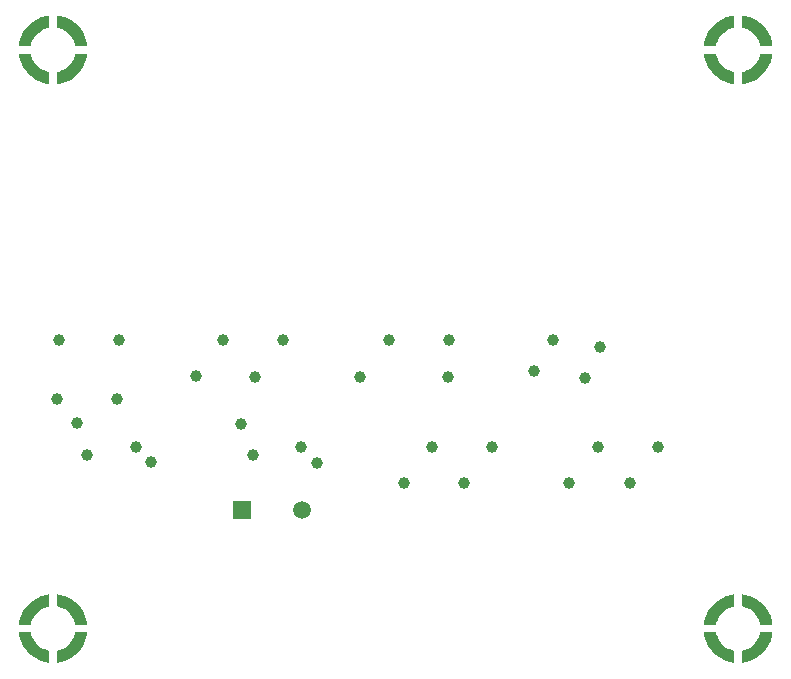
<source format=gbp>
G04*
G04 #@! TF.GenerationSoftware,Altium Limited,Altium Designer,19.1.8 (144)*
G04*
G04 Layer_Color=128*
%FSLAX25Y25*%
%MOIN*%
G70*
G01*
G75*
%ADD24C,0.03937*%
%ADD25C,0.05906*%
%ADD108R,0.05906X0.05906*%
G36*
X18103Y12500D02*
X18211Y11535D01*
X18747Y9670D01*
X19589Y7920D01*
X20712Y6337D01*
X22085Y4964D01*
X23668Y3841D01*
X25418Y2999D01*
X27283Y2463D01*
X28248Y2355D01*
X28248Y2355D01*
Y6409D01*
X27687Y6529D01*
X26601Y6895D01*
X25584Y7423D01*
X24659Y8100D01*
X23849Y8910D01*
X23172Y9835D01*
X22644Y10852D01*
X22277Y11938D01*
X22158Y12499D01*
X22158Y12499D01*
Y12500D01*
X18103Y12500D01*
D02*
G37*
G36*
X28248Y25204D02*
X27283Y25096D01*
X25418Y24560D01*
X23668Y23718D01*
X22085Y22595D01*
X20712Y21222D01*
X19589Y19639D01*
X18747Y17889D01*
X18211Y16024D01*
X18103Y15059D01*
X18103D01*
X22158D01*
X22277Y15620D01*
X22643Y16706D01*
X23171Y17723D01*
X23848Y18648D01*
X24658Y19458D01*
X25583Y20135D01*
X26600Y20663D01*
X27686Y21030D01*
X28247Y21149D01*
X28247D01*
X28248D01*
X28248Y25204D01*
D02*
G37*
G36*
X30807Y2355D02*
X31772Y2463D01*
X33637Y2999D01*
X35387Y3841D01*
X36970Y4964D01*
X38343Y6337D01*
X39466Y7920D01*
X40308Y9670D01*
X40844Y11535D01*
X40952Y12500D01*
Y12500D01*
X36898D01*
X36778Y11939D01*
X36412Y10853D01*
X35884Y9836D01*
X35207Y8911D01*
X34397Y8101D01*
X33472Y7424D01*
X32455Y6896D01*
X31369Y6530D01*
X30808Y6410D01*
Y6410D01*
X30807D01*
Y2355D01*
D02*
G37*
G36*
X40952Y15059D02*
X40844Y16024D01*
X40308Y17889D01*
X39466Y19639D01*
X38343Y21222D01*
X36970Y22595D01*
X35387Y23718D01*
X33637Y24560D01*
X31772Y25096D01*
X30807Y25204D01*
D01*
Y21150D01*
X31368Y21030D01*
X32454Y20664D01*
X33471Y20136D01*
X34396Y19459D01*
X35206Y18649D01*
X35883Y17724D01*
X36411Y16707D01*
X36778Y15621D01*
X36897Y15060D01*
D01*
Y15059D01*
X40952D01*
D02*
G37*
G36*
X18103Y205413D02*
X18211Y204449D01*
X18747Y202583D01*
X19589Y200834D01*
X20712Y199250D01*
X22085Y197878D01*
X23668Y196755D01*
X25418Y195913D01*
X27283Y195376D01*
X28248Y195268D01*
X28248Y195268D01*
Y199323D01*
X27687Y199443D01*
X26601Y199809D01*
X25584Y200337D01*
X24659Y201013D01*
X23849Y201824D01*
X23172Y202748D01*
X22644Y203765D01*
X22277Y204851D01*
X22158Y205412D01*
X22158Y205412D01*
Y205413D01*
X18103Y205413D01*
D02*
G37*
G36*
X28248Y218117D02*
X27283Y218009D01*
X25418Y217473D01*
X23668Y216631D01*
X22085Y215508D01*
X20712Y214136D01*
X19589Y212552D01*
X18747Y210803D01*
X18211Y208937D01*
X18103Y207972D01*
X18103D01*
X22158D01*
X22277Y208533D01*
X22643Y209619D01*
X23171Y210636D01*
X23848Y211561D01*
X24658Y212371D01*
X25583Y213049D01*
X26600Y213577D01*
X27686Y213943D01*
X28247Y214063D01*
X28247D01*
X28248D01*
X28248Y218117D01*
D02*
G37*
G36*
X30807Y195268D02*
X31772Y195376D01*
X33637Y195913D01*
X35387Y196755D01*
X36970Y197878D01*
X38343Y199250D01*
X39466Y200834D01*
X40308Y202583D01*
X40844Y204449D01*
X40952Y205413D01*
Y205413D01*
X36898D01*
X36778Y204853D01*
X36412Y203767D01*
X35884Y202749D01*
X35207Y201825D01*
X34397Y201014D01*
X33472Y200337D01*
X32455Y199809D01*
X31369Y199443D01*
X30808Y199323D01*
Y199323D01*
X30807D01*
Y195268D01*
D02*
G37*
G36*
X40952Y207972D02*
X40844Y208937D01*
X40308Y210803D01*
X39466Y212552D01*
X38343Y214136D01*
X36970Y215508D01*
X35387Y216631D01*
X33637Y217473D01*
X31772Y218009D01*
X30807Y218117D01*
D01*
Y214063D01*
X31368Y213943D01*
X32454Y213577D01*
X33471Y213049D01*
X34396Y212372D01*
X35206Y211562D01*
X35883Y210637D01*
X36411Y209620D01*
X36778Y208535D01*
X36897Y207974D01*
D01*
Y207972D01*
X40952D01*
D02*
G37*
G36*
X246449Y12500D02*
X246557Y11535D01*
X247094Y9670D01*
X247936Y7920D01*
X249059Y6337D01*
X250431Y4964D01*
X252015Y3841D01*
X253764Y2999D01*
X255630Y2463D01*
X256594Y2355D01*
X256594Y2355D01*
Y6409D01*
X256034Y6529D01*
X254948Y6895D01*
X253930Y7423D01*
X253006Y8100D01*
X252195Y8910D01*
X251518Y9835D01*
X250990Y10852D01*
X250624Y11938D01*
X250504Y12499D01*
X250504Y12499D01*
Y12500D01*
X246449Y12500D01*
D02*
G37*
G36*
X256594Y25204D02*
X255630Y25096D01*
X253764Y24560D01*
X252015Y23718D01*
X250431Y22595D01*
X249059Y21222D01*
X247936Y19639D01*
X247094Y17889D01*
X246557Y16024D01*
X246449Y15059D01*
X246449D01*
X250504D01*
X250624Y15620D01*
X250990Y16706D01*
X251518Y17723D01*
X252194Y18648D01*
X253005Y19458D01*
X253929Y20135D01*
X254946Y20663D01*
X256032Y21030D01*
X256593Y21149D01*
X256593D01*
X256594D01*
X256594Y25204D01*
D02*
G37*
G36*
X259154Y2355D02*
X260118Y2463D01*
X261984Y2999D01*
X263733Y3841D01*
X265317Y4964D01*
X266689Y6337D01*
X267812Y7920D01*
X268654Y9670D01*
X269191Y11535D01*
X269299Y12500D01*
Y12500D01*
X265244D01*
X265124Y11939D01*
X264758Y10853D01*
X264230Y9836D01*
X263554Y8911D01*
X262743Y8101D01*
X261819Y7424D01*
X260802Y6896D01*
X259716Y6530D01*
X259155Y6410D01*
Y6410D01*
X259154D01*
Y2355D01*
D02*
G37*
G36*
X269299Y15059D02*
X269191Y16024D01*
X268654Y17889D01*
X267812Y19639D01*
X266689Y21222D01*
X265317Y22595D01*
X263733Y23718D01*
X261984Y24560D01*
X260118Y25096D01*
X259154Y25204D01*
D01*
Y21150D01*
X259714Y21030D01*
X260800Y20664D01*
X261818Y20136D01*
X262742Y19459D01*
X263553Y18649D01*
X264230Y17724D01*
X264758Y16707D01*
X265124Y15621D01*
X265244Y15060D01*
D01*
Y15059D01*
X269299D01*
D02*
G37*
G36*
X246449Y205413D02*
X246557Y204449D01*
X247094Y202583D01*
X247936Y200834D01*
X249059Y199250D01*
X250431Y197878D01*
X252015Y196755D01*
X253764Y195913D01*
X255630Y195376D01*
X256594Y195268D01*
X256594Y195268D01*
Y199323D01*
X256034Y199443D01*
X254948Y199809D01*
X253930Y200337D01*
X253006Y201013D01*
X252195Y201824D01*
X251518Y202748D01*
X250990Y203765D01*
X250624Y204851D01*
X250504Y205412D01*
X250504Y205412D01*
Y205413D01*
X246449Y205413D01*
D02*
G37*
G36*
X256594Y218117D02*
X255630Y218009D01*
X253764Y217473D01*
X252015Y216631D01*
X250431Y215508D01*
X249059Y214136D01*
X247936Y212552D01*
X247094Y210803D01*
X246557Y208937D01*
X246449Y207972D01*
X246449D01*
X250504D01*
X250624Y208533D01*
X250990Y209619D01*
X251518Y210636D01*
X252194Y211561D01*
X253005Y212371D01*
X253929Y213049D01*
X254946Y213577D01*
X256032Y213943D01*
X256593Y214063D01*
X256593D01*
X256594D01*
X256594Y218117D01*
D02*
G37*
G36*
X259154Y195268D02*
X260118Y195376D01*
X261984Y195913D01*
X263733Y196755D01*
X265317Y197878D01*
X266689Y199250D01*
X267812Y200834D01*
X268654Y202583D01*
X269191Y204449D01*
X269299Y205413D01*
Y205413D01*
X265244D01*
X265124Y204853D01*
X264758Y203767D01*
X264230Y202749D01*
X263554Y201825D01*
X262743Y201014D01*
X261819Y200337D01*
X260802Y199809D01*
X259716Y199443D01*
X259155Y199323D01*
Y199323D01*
X259154D01*
Y195268D01*
D02*
G37*
G36*
X269299Y207972D02*
X269191Y208937D01*
X268654Y210803D01*
X267812Y212552D01*
X266689Y214136D01*
X265317Y215508D01*
X263733Y216631D01*
X261984Y217473D01*
X260118Y218009D01*
X259154Y218117D01*
D01*
Y214063D01*
X259714Y213943D01*
X260800Y213577D01*
X261818Y213049D01*
X262742Y212372D01*
X263553Y211562D01*
X264230Y210637D01*
X264758Y209620D01*
X265124Y208535D01*
X265244Y207974D01*
D01*
Y207972D01*
X269299D01*
D02*
G37*
D24*
X211811Y107480D02*
D03*
X196063Y109843D02*
D03*
X206693Y97244D02*
D03*
X189764Y99606D02*
D03*
X161417Y109843D02*
D03*
X141339D02*
D03*
X161024Y97638D02*
D03*
X131890D02*
D03*
X106299Y109843D02*
D03*
X86221D02*
D03*
X96850Y97638D02*
D03*
X77165Y98032D02*
D03*
X37402Y82284D02*
D03*
X57087Y74410D02*
D03*
X92126Y81890D02*
D03*
X112205Y74410D02*
D03*
X155905D02*
D03*
X175984D02*
D03*
X211024D02*
D03*
X231102D02*
D03*
X201575Y62205D02*
D03*
X221654D02*
D03*
X166535D02*
D03*
X146457D02*
D03*
X117323Y68898D02*
D03*
X96063Y71653D02*
D03*
X40945D02*
D03*
X62205Y69291D02*
D03*
X31496Y109843D02*
D03*
X30709Y90158D02*
D03*
X50787D02*
D03*
X51575Y109843D02*
D03*
D25*
X112598Y53150D02*
D03*
D108*
X92520D02*
D03*
M02*

</source>
